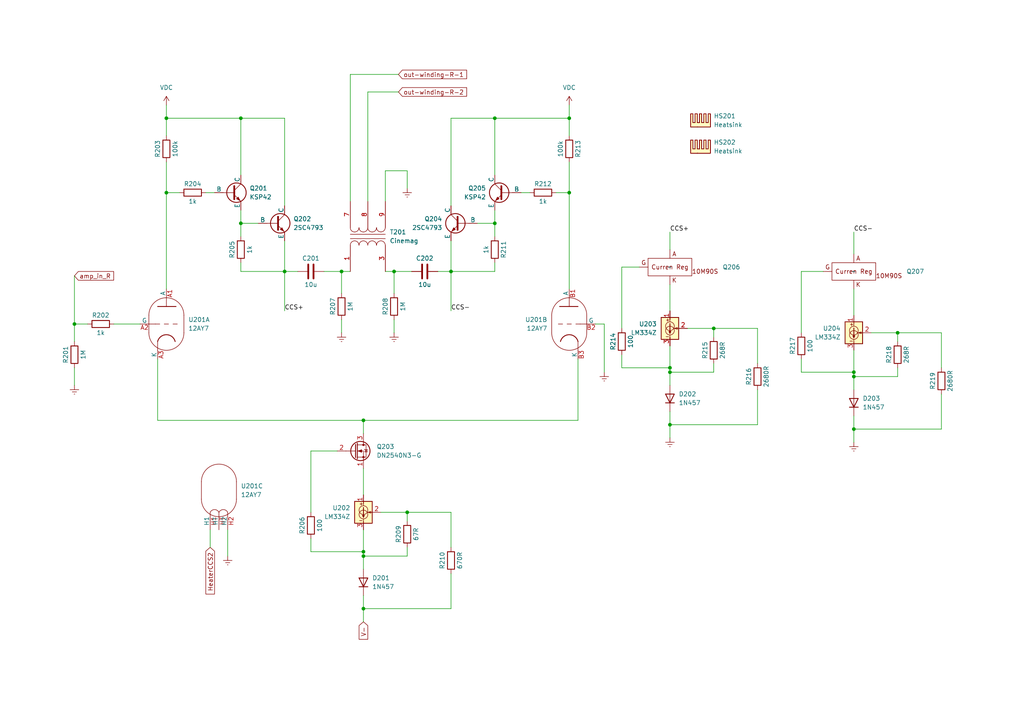
<source format=kicad_sch>
(kicad_sch (version 20231120) (generator "eeschema") (generator_version "8.0")
  (paper "A4")
  (title_block (title "Torpedo iii Left") (rev "V1.0"))
  (lib_symbols
    (symbol "CustomSymLib:10M90S"
      (property "Reference" "Q" (at 6.35 1.27 0))
      (symbol "10M90S_1_1"
        (polyline (pts (xy -8.89 0) (xy -6.35 0)))
        (polyline (pts (xy 0 -5.08) (xy 0 -2.54)))
        (polyline (pts (xy 0 5.08) (xy 0 2.54) (xy 0 3.81)))
        (polyline (pts (xy -6.35 2.54) (xy 6.35 2.54) (xy 6.35 -2.54) (xy -6.35 -2.54) (xy -6.35 2.54)))
        (text "10M90S\n" (at 6.35 -1.27 0) (effects (font (size 1.27 1.27)) (justify left)))
        (text "A" (at 1.27 3.81 0) (effects (font (size 1.27 1.27))))
        (text "Curren Reg" (at 0 0 0) (effects (font (size 1.27 1.27))))
        (text "G" (at -7.62 1.27 0) (effects (font (size 1.27 1.27))))
        (text "K\n" (at 1.27 -3.81 0) (effects (font (size 1.27 1.27))))
        (pin input line (at -8.89 0 0) (length 2.54) hide (name "1") (number "1"))
        (pin input line (at 0 5.08 270) (length 2.54) hide (name "2") (number "2"))
        (pin input line (at 0 -5.08 90) (length 2.54) hide (name "3") (number "3"))
      )
    )
    (symbol "CustomSymLib:12AU7" (pin_names (offset 0))
      (property "Reference" "U" (at 3.302 7.874 0))
      (property "Value" "12AU7" (at 8.89 -7.62 0))
      (symbol "12AU7_0_1"
        (arc (start -5.08 -2.54) (mid 0 -7.5979) (end 5.08 -2.54))
        (polyline (pts (xy 5.08 2.54) (xy 5.08 -2.54)))
        (polyline (pts (xy -5.08 2.54) (xy -5.08 -2.54) (xy -5.08 -2.54)))
        (arc (start 5.08 2.54) (mid 0 7.5979) (end -5.08 2.54))
      )
      (symbol "12AU7_1_0"
        (polyline (pts (xy -2.54 -5.08) (xy -2.54 -7.62)))
        (polyline (pts (xy 0 5.08) (xy 0 7.62)))
      )
      (symbol "12AU7_1_1"
        (polyline (pts (xy -5.08 0) (xy -3.175 0)))
        (polyline (pts (xy -1.905 0) (xy -3.175 0)) (stroke (width 0.1524)))
        (polyline (pts (xy -0.635 0) (xy 0.635 0)) (stroke (width 0.1524)))
        (polyline (pts (xy 1.905 0) (xy 3.175 0)) (stroke (width 0.1524)))
        (polyline (pts (xy -2.54 5.08) (xy 2.794 5.08) (xy 2.794 5.08)) (stroke (width 0.254)))
        (arc (start 2.54 -5.08) (mid 0 -3.0968) (end -2.54 -5.08) (stroke (width 0.254)))
        (pin output line (at 0 10.16 270) (length 2.54) (name "A1") (number "A1"))
        (pin input line (at -7.62 0 0) (length 2.54) (name "A2") (number "A2"))
        (pin bidirectional line (at -2.54 -10.16 90) (length 2.54) (name "A3") (number "A3"))
      )
      (symbol "12AU7_2_0"
        (polyline (pts (xy -2.54 -5.08) (xy -2.54 -7.62)))
        (polyline (pts (xy 0 5.08) (xy 0 7.62)))
      )
      (symbol "12AU7_2_1"
        (polyline (pts (xy -5.08 0) (xy -3.175 0)))
        (polyline (pts (xy -1.905 0) (xy -3.175 0)) (stroke (width 0.1524)))
        (polyline (pts (xy -0.635 0) (xy 0.635 0)) (stroke (width 0.1524)))
        (polyline (pts (xy 1.905 0) (xy 3.175 0)) (stroke (width 0.1524)))
        (polyline (pts (xy -2.54 5.08) (xy 2.794 5.08) (xy 2.794 5.08)) (stroke (width 0.254)))
        (arc (start 2.54 -5.08) (mid 0 -3.0968) (end -2.54 -5.08) (stroke (width 0.254)))
        (pin output line (at 0 10.16 270) (length 2.54) (name "B1") (number "B1"))
        (pin input line (at -7.62 0 0) (length 2.54) (name "B2") (number "B2"))
        (pin bidirectional line (at -2.54 -10.16 90) (length 2.54) (name "B3") (number "B3"))
      )
      (symbol "12AU7_3_1"
        (arc (start 0 -6.35) (mid -1.27 -5.5651) (end -2.54 -6.35))
        (arc (start 2.54 -6.35) (mid 1.27 -5.5651) (end 0 -6.35))
        (pin power_in line (at -2.54 -11.43 90) (length 5.08) (name "H1") (number "H1"))
        (pin power_in line (at 2.54 -11.43 90) (length 5.08) (name "H2") (number "H2"))
        (pin power_in line (at 0 -11.43 90) (length 5.08) (name "HT") (number "HT"))
      )
    )
    (symbol "Device:C" (pin_numbers hide) (pin_names (offset 0.254))
      (property "Reference" "C" (at 0.635 2.54 0))
      (property "Value" "C" (at 0.635 -2.54 0))
      (symbol "C_0_1"
        (polyline (pts (xy -2.032 -0.762) (xy 2.032 -0.762)) (stroke (width 0.508)))
        (polyline (pts (xy -2.032 0.762) (xy 2.032 0.762)) (stroke (width 0.508)))
      )
      (symbol "C_1_1"
        (pin passive line (at 0 3.81 270) (length 2.794) (name "~") (number "1"))
        (pin passive line (at 0 -3.81 90) (length 2.794) (name "~") (number "2"))
      )
    )
    (symbol "Device:R" (pin_numbers hide) (pin_names (offset 0))
      (property "Reference" "R" (at 2.032 0 90))
      (property "Value" "R" (at 0 0 90))
      (symbol "R_0_1"
        (rectangle (start -1.016 -2.54) (end 1.016 2.54) (stroke (width 0.254)))
      )
      (symbol "R_1_1"
        (pin passive line (at 0 3.81 270) (length 1.27) (name "~") (number "1"))
        (pin passive line (at 0 -3.81 90) (length 1.27) (name "~") (number "2"))
      )
    )
    (symbol "Device:Transformer_1P_SS" (pin_names (offset 1.016) hide)
      (property "Reference" "T101" (at 1.27 -6.35 90))
      (property "Value" "Cinemag" (at -1.27 -6.35 90))
      (symbol "Transformer_1P_SS_0_1"
        (arc (start -2.54 -5.0546) (mid -1.6599 -4.6901) (end -1.27 -3.81))
        (arc (start -2.54 -2.5146) (mid -1.6599 -2.1501) (end -1.27 -1.27))
        (arc (start -2.54 0.0254) (mid -1.6599 0.3899) (end -1.27 1.27))
        (arc (start -2.54 2.5654) (mid -1.6599 2.9299) (end -1.27 3.81))
        (arc (start -1.27 -3.81) (mid -1.642 -2.912) (end -2.54 -2.54))
        (arc (start -1.27 -1.27) (mid -1.642 -0.372) (end -2.54 0))
        (arc (start -1.27 1.27) (mid -1.642 2.168) (end -2.54 2.54))
        (arc (start -1.27 3.81) (mid -1.642 4.708) (end -2.54 5.08))
        (polyline (pts (xy -0.635 5.08) (xy -0.635 -5.08)))
        (polyline (pts (xy 0.635 -5.08) (xy 0.635 5.08)))
        (arc (start 1.2954 -1.27) (mid 1.6599 -2.1501) (end 2.54 -2.5146))
        (arc (start 1.2954 1.27) (mid 1.6599 0.3899) (end 2.54 0.0254))
        (arc (start 1.2954 3.81) (mid 1.6599 2.9299) (end 2.54 2.5654))
        (arc (start 1.3208 -3.81) (mid 1.6853 -4.6901) (end 2.5654 -5.0546))
        (arc (start 2.54 0) (mid 1.642 -0.372) (end 1.2954 -1.27))
        (arc (start 2.54 2.54) (mid 1.642 2.168) (end 1.2954 1.27))
        (arc (start 2.54 5.08) (mid 1.642 4.708) (end 1.2954 3.81))
        (arc (start 2.5654 -2.54) (mid 1.6674 -2.912) (end 1.3208 -3.81))
      )
      (symbol "Transformer_1P_SS_1_1"
        (pin passive line (at -10.16 5.08 0) (length 7.62) (name "AA") (number "1"))
        (pin passive line (at -10.16 -5.08 0) (length 7.62) (name "AB") (number "3"))
        (pin passive line (at 10.16 5.08 180) (length 7.62) (name "SB") (number "7"))
        (pin passive line (at 10.16 0 180) (length 7.62) (name "SC") (number "8"))
        (pin passive line (at 10.16 -5.08 180) (length 7.62) (name "SA") (number "9"))
      )
    )
    (symbol "Diode:1N914" (pin_numbers hide) (pin_names hide)
      (property "Reference" "D" (at 0 2.54 0))
      (property "Value" "1N914" (at 0 -2.54 0))
      (symbol "1N914_0_1"
        (polyline (pts (xy -1.27 1.27) (xy -1.27 -1.27)) (stroke (width 0.254)))
        (polyline (pts (xy 1.27 0) (xy -1.27 0)))
        (polyline (pts (xy 1.27 1.27) (xy 1.27 -1.27) (xy -1.27 0) (xy 1.27 1.27)) (stroke (width 0.254)))
      )
      (symbol "1N914_1_1"
        (pin passive line (at -3.81 0 0) (length 2.54) (name "K") (number "1"))
        (pin passive line (at 3.81 0 180) (length 2.54) (name "A") (number "2"))
      )
    )
    (symbol "ECC81_1" (pin_names (offset 0))
      (property "Reference" "U1" (at 6.35 1.27 0))
      (property "Value" "12AY7" (at 6.35 -1.27 0))
      (symbol "ECC81_1_0_1"
        (arc (start -5.08 -2.54) (mid 0 -7.5979) (end 5.08 -2.54))
        (polyline (pts (xy 5.08 2.54) (xy 5.08 -2.54)))
        (polyline (pts (xy -5.08 2.54) (xy -5.08 -2.54) (xy -5.08 -2.54)))
        (arc (start 5.08 2.54) (mid 0 7.5979) (end -5.08 2.54))
      )
      (symbol "ECC81_1_1_0"
        (polyline (pts (xy -2.54 -5.08) (xy -2.54 -7.62)))
        (polyline (pts (xy 0 5.08) (xy 0 7.62)))
      )
      (symbol "ECC81_1_1_1"
        (polyline (pts (xy -5.08 0) (xy -3.175 0)))
        (polyline (pts (xy -1.905 0) (xy -3.175 0)) (stroke (width 0.1524)))
        (polyline (pts (xy -0.635 0) (xy 0.635 0)) (stroke (width 0.1524)))
        (polyline (pts (xy 1.905 0) (xy 3.175 0)) (stroke (width 0.1524)))
        (polyline (pts (xy -2.54 5.08) (xy 2.794 5.08) (xy 2.794 5.08)) (stroke (width 0.254)))
        (arc (start 2.54 -5.08) (mid 0 -3.0968) (end -2.54 -5.08) (stroke (width 0.254)))
        (pin output line (at 0 10.16 270) (length 2.54) (name "A") (number "A1"))
        (pin input line (at -7.62 0 0) (length 2.54) (name "G") (number "A2"))
        (pin bidirectional line (at -2.54 -10.16 90) (length 2.54) (name "K") (number "A3"))
      )
      (symbol "ECC81_1_2_0"
        (polyline (pts (xy -2.54 -5.08) (xy -2.54 -7.62)))
        (polyline (pts (xy 0 5.08) (xy 0 7.62)))
      )
      (symbol "ECC81_1_2_1"
        (polyline (pts (xy -5.08 0) (xy -3.175 0)))
        (polyline (pts (xy -1.905 0) (xy -3.175 0)) (stroke (width 0.1524)))
        (polyline (pts (xy -0.635 0) (xy 0.635 0)) (stroke (width 0.1524)))
        (polyline (pts (xy 1.905 0) (xy 3.175 0)) (stroke (width 0.1524)))
        (polyline (pts (xy -2.54 5.08) (xy 2.794 5.08) (xy 2.794 5.08)) (stroke (width 0.254)))
        (arc (start 2.54 -5.08) (mid 0 -3.0968) (end -2.54 -5.08) (stroke (width 0.254)))
        (pin output line (at 0 10.16 270) (length 2.54) (name "A") (number "B1"))
        (pin input line (at -7.62 0 0) (length 2.54) (name "G") (number "B2"))
        (pin bidirectional line (at -2.54 -10.16 90) (length 2.54) (name "K") (number "B3"))
      )
      (symbol "ECC81_1_3_1"
        (arc (start 0 -6.35) (mid -1.27 -5.5651) (end -2.54 -6.35))
        (arc (start 2.54 -6.35) (mid 1.27 -5.5651) (end 0 -6.35))
        (pin power_in line (at 2.54 -11.43 90) (length 5.08) (name "F1") (number "B1"))
        (pin power_in line (at -2.54 -11.43 90) (length 5.08) (name "F1") (number "H1"))
        (pin power_in line (at 0 -11.43 90) (length 5.08) (name "F2") (number "HT"))
      )
    )
    (symbol "ECC81_2" (pin_names (offset 0))
      (property "Reference" "U1" (at 6.35 1.27 0))
      (property "Value" "12AY7" (at 6.35 -1.27 0))
      (symbol "ECC81_2_0_1"
        (arc (start -5.08 -2.54) (mid 0 -7.5979) (end 5.08 -2.54))
        (polyline (pts (xy 5.08 2.54) (xy 5.08 -2.54)))
        (polyline (pts (xy -5.08 2.54) (xy -5.08 -2.54) (xy -5.08 -2.54)))
        (arc (start 5.08 2.54) (mid 0 7.5979) (end -5.08 2.54))
      )
      (symbol "ECC81_2_1_0"
        (polyline (pts (xy -2.54 -5.08) (xy -2.54 -7.62)))
        (polyline (pts (xy 0 5.08) (xy 0 7.62)))
      )
      (symbol "ECC81_2_1_1"
        (polyline (pts (xy -5.08 0) (xy -3.175 0)))
        (polyline (pts (xy -1.905 0) (xy -3.175 0)) (stroke (width 0.1524)))
        (polyline (pts (xy -0.635 0) (xy 0.635 0)) (stroke (width 0.1524)))
        (polyline (pts (xy 1.905 0) (xy 3.175 0)) (stroke (width 0.1524)))
        (polyline (pts (xy -2.54 5.08) (xy 2.794 5.08) (xy 2.794 5.08)) (stroke (width 0.254)))
        (arc (start 2.54 -5.08) (mid 0 -3.0968) (end -2.54 -5.08) (stroke (width 0.254)))
        (pin output line (at 0 10.16 270) (length 2.54) (name "A") (number "A1"))
        (pin input line (at -7.62 0 0) (length 2.54) (name "G") (number "A2"))
        (pin bidirectional line (at -2.54 -10.16 90) (length 2.54) (name "K") (number "A3"))
      )
      (symbol "ECC81_2_2_0"
        (polyline (pts (xy -2.54 -5.08) (xy -2.54 -7.62)))
        (polyline (pts (xy 0 5.08) (xy 0 7.62)))
      )
      (symbol "ECC81_2_2_1"
        (polyline (pts (xy -5.08 0) (xy -3.175 0)))
        (polyline (pts (xy -1.905 0) (xy -3.175 0)) (stroke (width 0.1524)))
        (polyline (pts (xy -0.635 0) (xy 0.635 0)) (stroke (width 0.1524)))
        (polyline (pts (xy 1.905 0) (xy 3.175 0)) (stroke (width 0.1524)))
        (polyline (pts (xy -2.54 5.08) (xy 2.794 5.08) (xy 2.794 5.08)) (stroke (width 0.254)))
        (arc (start 2.54 -5.08) (mid 0 -3.0968) (end -2.54 -5.08) (stroke (width 0.254)))
        (pin output line (at 0 10.16 270) (length 2.54) (name "A") (number "B1"))
        (pin input line (at -7.62 0 0) (length 2.54) (name "G") (number "B2"))
        (pin bidirectional line (at -2.54 -10.16 90) (length 2.54) (name "K") (number "B3"))
      )
      (symbol "ECC81_2_3_1"
        (arc (start 0 -6.35) (mid -1.27 -5.5651) (end -2.54 -6.35))
        (arc (start 2.54 -6.35) (mid 1.27 -5.5651) (end 0 -6.35))
        (pin power_in line (at 2.54 -11.43 90) (length 5.08) (name "F1") (number "B1"))
        (pin power_in line (at -2.54 -11.43 90) (length 5.08) (name "F1") (number "H1"))
        (pin power_in line (at 0 -11.43 90) (length 5.08) (name "F2") (number "HT"))
      )
    )
    (symbol "Mechanical:Heatsink" (pin_names (offset 1.016))
      (property "Reference" "HS" (at 0 5.08 0))
      (property "Value" "Heatsink" (at 0 -1.27 0))
      (symbol "Heatsink_0_1"
        (polyline (pts (xy -0.3302 1.27) (xy -0.9652 1.27) (xy -0.9652 3.81) (xy -1.6002 3.81) (xy -1.6002 1.27) (xy -2.2352 1.27) (xy -2.2352 3.81) (xy -2.8702 3.81) (xy -2.8702 0) (xy -0.9652 0)) (stroke (width 0.254)) (fill (type background)))
        (polyline (pts (xy -0.3302 1.27) (xy -0.3302 3.81) (xy 0.3048 3.81) (xy 0.3048 1.27) (xy 0.9398 1.27) (xy 0.9398 3.81) (xy 1.5748 3.81) (xy 1.5748 1.27) (xy 2.2098 1.27) (xy 2.2098 3.81) (xy 2.8448 3.81) (xy 2.8448 0) (xy -0.9652 0)) (stroke (width 0.254)) (fill (type background)))
      )
    )
    (symbol "NPN_1" (pin_numbers hide) (pin_names (offset 0))
      (property "Reference" "Q12" (at 5.08 1.27 0))
      (property "Value" "2SC4793" (at 5.08 -1.27 0))
      (symbol "NPN_1_0_1"
        (polyline (pts (xy -2.54 0) (xy 0.635 0)) (stroke (width 0.1524)))
        (polyline (pts (xy 0.635 0.635) (xy 2.54 2.54)))
        (polyline (pts (xy 2.794 -1.27) (xy 2.794 -1.27)) (stroke (width 0.1524)))
        (polyline (pts (xy 2.794 -1.27) (xy 2.794 -1.27)) (stroke (width 0.1524)))
        (polyline (pts (xy 0.635 -0.635) (xy 2.54 -2.54) (xy 2.54 -2.54)))
        (polyline (pts (xy 0.635 1.905) (xy 0.635 -1.905) (xy 0.635 -1.905)) (stroke (width 0.508)))
        (polyline (pts (xy 1.27 -1.778) (xy 1.778 -1.27) (xy 2.286 -2.286) (xy 1.27 -1.778) (xy 1.27 -1.778)) (fill (type outline)))
        (circle (center 1.27 0) (radius 2.8194) (stroke (width 0.254)))
      )
      (symbol "NPN_1_1_1"
        (pin input line (at -5.08 0 0) (length 2.54) (name "B") (number "1"))
        (pin open_collector line (at 2.54 5.08 270) (length 2.54) (name "C") (number "2"))
        (pin open_emitter line (at 2.54 -5.08 90) (length 2.54) (name "E") (number "3"))
      )
    )
    (symbol "Reference_Current:LM334Z"
      (property "Reference" "U" (at 0.635 6.35 0))
      (property "Value" "LM334Z" (at 0.635 4.445 0))
      (symbol "LM334Z_0_1"
        (rectangle (start -2.54 3.175) (end 2.54 -3.175) (stroke (width 0.254)) (fill (type background)))
        (circle (center 0 -0.635) (radius 1.27))
        (polyline (pts (xy -1.143 -2.413) (xy -0.381 -2.413)))
        (polyline (pts (xy -1.016 2.413) (xy -0.254 2.413)))
        (polyline (pts (xy -0.635 2.794) (xy -0.635 2.032)))
        (polyline (pts (xy 0 -1.905) (xy 0 -5.08)))
        (polyline (pts (xy 0 1.397) (xy 0 -1.397)) (stroke (width 0.254)))
        (polyline (pts (xy 0 5.08) (xy 0 1.905)))
        (polyline (pts (xy 2.54 0) (xy 1.27 0)))
        (polyline (pts (xy 0 -1.397) (xy -0.254 -0.889) (xy 0.254 -0.889) (xy 0 -1.397)) (stroke (width 0.254)))
        (polyline (pts (xy 1.27 0) (xy 2.159 0.254) (xy 2.159 -0.254) (xy 1.27 0)))
        (circle (center 0 0.635) (radius 1.27))
      )
      (symbol "LM334Z_1_1"
        (pin passive line (at 0 5.08 270) (length 2.54) (name "~") (number "1"))
        (pin passive line (at 5.08 0 180) (length 2.54) (name "~") (number "2"))
        (pin passive line (at 0 -5.08 90) (length 2.54) (name "~") (number "3"))
      )
    )
    (symbol "Simulation_SPICE:NPN" (pin_numbers hide) (pin_names (offset 0))
      (property "Reference" "Q11" (at 5.08 1.27 0))
      (property "Value" "KSP42" (at 5.08 -1.27 0))
      (symbol "NPN_0_1"
        (polyline (pts (xy -2.54 0) (xy 0.635 0)) (stroke (width 0.1524)))
        (polyline (pts (xy 0.635 0.635) (xy 2.54 2.54)))
        (polyline (pts (xy 2.794 -1.27) (xy 2.794 -1.27)) (stroke (width 0.1524)))
        (polyline (pts (xy 2.794 -1.27) (xy 2.794 -1.27)) (stroke (width 0.1524)))
        (polyline (pts (xy 0.635 -0.635) (xy 2.54 -2.54) (xy 2.54 -2.54)))
        (polyline (pts (xy 0.635 1.905) (xy 0.635 -1.905) (xy 0.635 -1.905)) (stroke (width 0.508)))
        (polyline (pts (xy 1.27 -1.778) (xy 1.778 -1.27) (xy 2.286 -2.286) (xy 1.27 -1.778) (xy 1.27 -1.778)) (fill (type outline)))
        (circle (center 1.27 0) (radius 2.8194) (stroke (width 0.254)))
      )
      (symbol "NPN_1_1"
        (pin open_emitter line (at 2.54 -5.08 90) (length 2.54) (name "E") (number "1"))
        (pin input line (at -5.08 0 0) (length 2.54) (name "B") (number "2"))
        (pin open_collector line (at 2.54 5.08 270) (length 2.54) (name "C") (number "3"))
      )
    )
    (symbol "Transistor_FET_Other:DN2540N3-G" (pin_names (offset 0) hide)
      (property "Reference" "Q" (at 5.08 1.905 0))
      (property "Value" "DN2540N3-G" (at 5.08 0 0))
      (symbol "DN2540N3-G_0_1"
        (polyline (pts (xy 0.254 0) (xy -2.54 0)))
        (polyline (pts (xy 0.254 1.905) (xy 0.254 -1.905)) (stroke (width 0.254)))
        (polyline (pts (xy 0.762 2.286) (xy 0.762 -2.286)) (stroke (width 0.254)))
        (polyline (pts (xy 2.54 2.54) (xy 2.54 1.778)))
        (polyline (pts (xy 2.54 -2.54) (xy 2.54 0) (xy 0.762 0)))
        (polyline (pts (xy 0.762 -1.778) (xy 3.302 -1.778) (xy 3.302 1.778) (xy 0.762 1.778)))
        (polyline (pts (xy 1.016 0) (xy 2.032 0.381) (xy 2.032 -0.381) (xy 1.016 0)) (fill (type outline)))
        (polyline (pts (xy 2.794 0.508) (xy 2.921 0.381) (xy 3.683 0.381) (xy 3.81 0.254)))
        (polyline (pts (xy 3.302 0.381) (xy 2.921 -0.254) (xy 3.683 -0.254) (xy 3.302 0.381)))
        (circle (center 1.651 0) (radius 2.794) (stroke (width 0.254)))
        (circle (center 2.54 -1.778) (radius 0.254) (fill (type outline)))
        (circle (center 2.54 1.778) (radius 0.254) (fill (type outline)))
      )
      (symbol "DN2540N3-G_1_1"
        (pin passive line (at 2.54 -5.08 90) (length 2.54) (name "S") (number "1"))
        (pin input line (at -5.08 0 0) (length 2.54) (name "G") (number "2"))
        (pin passive line (at 2.54 5.08 270) (length 2.54) (name "D") (number "3"))
      )
    )
    (symbol "power:GNDREF" (power) (pin_names (offset 0))
      (property "Value" "GNDREF" (at 0 -3.81 0))
      (symbol "GNDREF_0_1"
        (polyline (pts (xy -0.635 -1.905) (xy 0.635 -1.905)))
        (polyline (pts (xy -0.127 -2.54) (xy 0.127 -2.54)))
        (polyline (pts (xy 0 -1.27) (xy 0 0)))
        (polyline (pts (xy 1.27 -1.27) (xy -1.27 -1.27)))
      )
      (symbol "GNDREF_1_1"
        (pin power_in line (at 0 0 270) (length 0) hide (name "GNDREF") (number "1"))
      )
    )
    (symbol "power:VDC" (power) (pin_names (offset 0))
      (property "Value" "VDC" (at 0 6.35 0))
      (symbol "VDC_0_1"
        (polyline (pts (xy -0.762 1.27) (xy 0 2.54)))
        (polyline (pts (xy 0 0) (xy 0 2.54)))
        (polyline (pts (xy 0 2.54) (xy 0.762 1.27)))
      )
      (symbol "VDC_1_1"
        (pin power_in line (at 0 0 90) (length 0) hide (name "VDC") (number "1"))
      )
    )
  )
  (junction (at 48.26 55.88))
  (junction (at 165.1 55.88))
  (junction (at 194.31 107.95))
  (junction (at 48.26 34.29))
  (junction (at 165.1 34.29))
  (junction (at 194.31 123.19))
  (junction (at 21.59 93.98))
  (junction (at 82.55 78.74))
  (junction (at 105.41 160.02))
  (junction (at 105.41 121.92))
  (junction (at 118.11 148.59))
  (junction (at 69.85 34.29))
  (junction (at 247.65 124.46))
  (junction (at 69.85 64.77))
  (junction (at 99.06 78.74))
  (junction (at 207.01 95.25))
  (junction (at 130.81 78.74))
  (junction (at 105.41 176.53))
  (junction (at 247.65 107.95))
  (junction (at 247.65 109.22))
  (junction (at 114.3 78.74))
  (junction (at 194.31 106.68))
  (junction (at 105.41 161.29))
  (junction (at 260.35 96.52))
  (junction (at 143.51 64.77))
  (junction (at 143.51 34.29))
  (wire (pts (xy 260.35 109.22) (xy 247.65 109.22)))
  (wire (pts (xy 69.85 34.29) (xy 69.85 50.8)))
  (wire (pts (xy 232.41 107.95) (xy 247.65 107.95)))
  (wire (pts (xy 207.01 107.95) (xy 194.31 107.95)))
  (wire (pts (xy 260.35 96.52) (xy 260.35 99.06)))
  (wire (pts (xy 180.34 77.47) (xy 185.42 77.47)))
  (wire (pts (xy 118.11 148.59) (xy 118.11 151.13)))
  (wire (pts (xy 219.71 123.19) (xy 194.31 123.19)))
  (wire (pts (xy 273.05 96.52) (xy 273.05 106.68)))
  (wire (pts (xy 130.81 78.74) (xy 130.81 90.17)))
  (wire (pts (xy 130.81 69.85) (xy 130.81 78.74)))
  (wire (pts (xy 90.17 160.02) (xy 105.41 160.02)))
  (wire (pts (xy 247.65 107.95) (xy 247.65 109.22)))
  (wire (pts (xy 153.67 55.88) (xy 151.13 55.88)))
  (wire (pts (xy 194.31 106.68) (xy 194.31 100.33)))
  (wire (pts (xy 66.04 153.67) (xy 66.04 161.29)))
  (wire (pts (xy 130.81 78.74) (xy 127 78.74)))
  (wire (pts (xy 69.85 78.74) (xy 82.55 78.74)))
  (wire (pts (xy 180.34 102.87) (xy 180.34 106.68)))
  (wire (pts (xy 105.41 160.02) (xy 105.41 161.29)))
  (wire (pts (xy 118.11 148.59) (xy 130.81 148.59)))
  (wire (pts (xy 180.34 95.25) (xy 180.34 77.47)))
  (wire (pts (xy 114.3 78.74) (xy 114.3 85.09)))
  (wire (pts (xy 207.01 105.41) (xy 207.01 107.95)))
  (wire (pts (xy 207.01 95.25) (xy 207.01 97.79)))
  (wire (pts (xy 45.72 104.14) (xy 45.72 121.92)))
  (wire (pts (xy 82.55 78.74) (xy 86.36 78.74)))
  (wire (pts (xy 105.41 135.89) (xy 105.41 143.51)))
  (wire (pts (xy 48.26 55.88) (xy 48.26 83.82)))
  (wire (pts (xy 130.81 166.37) (xy 130.81 176.53)))
  (wire (pts (xy 165.1 55.88) (xy 165.1 83.82)))
  (wire (pts (xy 110.49 148.59) (xy 118.11 148.59)))
  (wire (pts (xy 165.1 46.99) (xy 165.1 55.88)))
  (wire (pts (xy 101.6 58.42) (xy 101.6 21.59)))
  (wire (pts (xy 99.06 92.71) (xy 99.06 96.52)))
  (wire (pts (xy 21.59 106.68) (xy 21.59 111.76)))
  (wire (pts (xy 194.31 67.31) (xy 194.31 72.39)))
  (wire (pts (xy 143.51 76.2) (xy 143.51 78.74)))
  (wire (pts (xy 247.65 101.6) (xy 247.65 107.95)))
  (wire (pts (xy 99.06 78.74) (xy 101.6 78.74)))
  (wire (pts (xy 130.81 34.29) (xy 130.81 59.69)))
  (wire (pts (xy 105.41 121.92) (xy 167.64 121.92)))
  (wire (pts (xy 252.73 96.52) (xy 260.35 96.52)))
  (wire (pts (xy 45.72 121.92) (xy 105.41 121.92)))
  (wire (pts (xy 219.71 95.25) (xy 219.71 105.41)))
  (wire (pts (xy 105.41 125.73) (xy 105.41 121.92)))
  (wire (pts (xy 48.26 34.29) (xy 48.26 39.37)))
  (wire (pts (xy 48.26 30.48) (xy 48.26 34.29)))
  (wire (pts (xy 207.01 95.25) (xy 219.71 95.25)))
  (wire (pts (xy 165.1 34.29) (xy 165.1 39.37)))
  (wire (pts (xy 130.81 148.59) (xy 130.81 158.75)))
  (wire (pts (xy 90.17 148.59) (xy 90.17 130.81)))
  (wire (pts (xy 232.41 104.14) (xy 232.41 107.95)))
  (wire (pts (xy 194.31 119.38) (xy 194.31 123.19)))
  (wire (pts (xy 143.51 34.29) (xy 130.81 34.29)))
  (wire (pts (xy 82.55 69.85) (xy 82.55 78.74)))
  (wire (pts (xy 106.68 58.42) (xy 106.68 26.67)))
  (wire (pts (xy 143.51 78.74) (xy 130.81 78.74)))
  (wire (pts (xy 105.41 176.53) (xy 105.41 180.34)))
  (wire (pts (xy 90.17 130.81) (xy 97.79 130.81)))
  (wire (pts (xy 143.51 64.77) (xy 138.43 64.77)))
  (wire (pts (xy 69.85 64.77) (xy 69.85 68.58)))
  (wire (pts (xy 232.41 96.52) (xy 232.41 78.74)))
  (wire (pts (xy 105.41 153.67) (xy 105.41 160.02)))
  (wire (pts (xy 167.64 121.92) (xy 167.64 104.14)))
  (wire (pts (xy 247.65 109.22) (xy 247.65 113.03)))
  (wire (pts (xy 273.05 114.3) (xy 273.05 124.46)))
  (wire (pts (xy 247.65 83.82) (xy 247.65 91.44)))
  (wire (pts (xy 90.17 156.21) (xy 90.17 160.02)))
  (wire (pts (xy 25.4 93.98) (xy 21.59 93.98)))
  (wire (pts (xy 260.35 96.52) (xy 273.05 96.52)))
  (wire (pts (xy 219.71 113.03) (xy 219.71 123.19)))
  (wire (pts (xy 118.11 161.29) (xy 105.41 161.29)))
  (wire (pts (xy 118.11 49.53) (xy 118.11 54.61)))
  (wire (pts (xy 165.1 34.29) (xy 143.51 34.29)))
  (wire (pts (xy 143.51 64.77) (xy 143.51 68.58)))
  (wire (pts (xy 194.31 107.95) (xy 194.31 111.76)))
  (wire (pts (xy 21.59 93.98) (xy 21.59 99.06)))
  (wire (pts (xy 130.81 176.53) (xy 105.41 176.53)))
  (wire (pts (xy 232.41 78.74) (xy 238.76 78.74)))
  (wire (pts (xy 247.65 120.65) (xy 247.65 124.46)))
  (wire (pts (xy 106.68 26.67) (xy 115.57 26.67)))
  (wire (pts (xy 21.59 80.01) (xy 21.59 93.98)))
  (wire (pts (xy 69.85 60.96) (xy 69.85 64.77)))
  (wire (pts (xy 194.31 123.19) (xy 194.31 127)))
  (wire (pts (xy 48.26 46.99) (xy 48.26 55.88)))
  (wire (pts (xy 199.39 95.25) (xy 207.01 95.25)))
  (wire (pts (xy 82.55 34.29) (xy 82.55 59.69)))
  (wire (pts (xy 118.11 158.75) (xy 118.11 161.29)))
  (wire (pts (xy 247.65 67.31) (xy 247.65 73.66)))
  (wire (pts (xy 114.3 78.74) (xy 119.38 78.74)))
  (wire (pts (xy 172.72 93.98) (xy 175.26 93.98)))
  (wire (pts (xy 48.26 34.29) (xy 69.85 34.29)))
  (wire (pts (xy 175.26 93.98) (xy 175.26 107.95)))
  (wire (pts (xy 194.31 82.55) (xy 194.31 90.17)))
  (wire (pts (xy 60.96 153.67) (xy 60.96 158.75)))
  (wire (pts (xy 93.98 78.74) (xy 99.06 78.74)))
  (wire (pts (xy 111.76 49.53) (xy 118.11 49.53)))
  (wire (pts (xy 101.6 21.59) (xy 115.57 21.59)))
  (wire (pts (xy 105.41 161.29) (xy 105.41 165.1)))
  (wire (pts (xy 143.51 34.29) (xy 143.51 50.8)))
  (wire (pts (xy 165.1 30.48) (xy 165.1 34.29)))
  (wire (pts (xy 260.35 106.68) (xy 260.35 109.22)))
  (wire (pts (xy 69.85 76.2) (xy 69.85 78.74)))
  (wire (pts (xy 99.06 78.74) (xy 99.06 85.09)))
  (wire (pts (xy 247.65 124.46) (xy 247.65 128.27)))
  (wire (pts (xy 111.76 58.42) (xy 111.76 49.53)))
  (wire (pts (xy 105.41 172.72) (xy 105.41 176.53)))
  (wire (pts (xy 69.85 34.29) (xy 82.55 34.29)))
  (wire (pts (xy 165.1 55.88) (xy 161.29 55.88)))
  (wire (pts (xy 194.31 107.95) (xy 194.31 106.68)))
  (wire (pts (xy 82.55 78.74) (xy 82.55 90.17)))
  (wire (pts (xy 69.85 64.77) (xy 74.93 64.77)))
  (wire (pts (xy 59.69 55.88) (xy 62.23 55.88)))
  (wire (pts (xy 33.02 93.98) (xy 40.64 93.98)))
  (wire (pts (xy 48.26 55.88) (xy 52.07 55.88)))
  (wire (pts (xy 143.51 60.96) (xy 143.51 64.77)))
  (wire (pts (xy 114.3 92.71) (xy 114.3 96.52)))
  (wire (pts (xy 273.05 124.46) (xy 247.65 124.46)))
  (wire (pts (xy 111.76 78.74) (xy 114.3 78.74)))
  (wire (pts (xy 180.34 106.68) (xy 194.31 106.68)))
  (label "CCS-" (at 247.65 67.31 0))
  (label "CCS+" (at 194.31 67.31 0))
  (label "CCS+" (at 82.55 90.17 0))
  (label "CCS-" (at 130.81 90.17 0))
  (global_label "out-winding-R-2" (shape input) (at 115.57 26.67 0) (property "Intersheetrefs" "${INTERSHEET_REFS}" (effects (hide yes))))
  (global_label "out-winding-R-1" (shape input) (at 115.57 21.59 0) (property "Intersheetrefs" "${INTERSHEET_REFS}" (effects (hide yes))))
  (global_label "V-" (shape input) (at 105.41 180.34 270) (property "Intersheetrefs" "${INTERSHEET_REFS}" (effects (hide yes))))
  (global_label "HeaterCCS2" (shape input) (at 60.96 158.75 270) (property "Intersheetrefs" "${INTERSHEET_REFS}" (effects (hide yes))))
  (global_label "amp_in_R" (shape input) (at 21.59 80.01 0) (property "Intersheetrefs" "${INTERSHEET_REFS}" (effects (hide yes))))
  (symbol (lib_id "Diode:1N914") (at 194.31 115.57 90) (unit 1)
    (property "Reference" "D202" (at 196.85 114.3 90) (effects (justify right)))
    (property "Value" "1N457" (at 196.85 116.84 90) (effects (justify right)))
    (property "Footprint" "Diode_THT:D_DO-35_SOD27_P7.62mm_Horizontal" (effects (hide yes)))
    (property "Datasheet" "http://www.vishay.com/docs/85622/1n914.pdf" (effects (hide yes)))
    (property "Sim.Device" "D" (effects (hide yes)))
    (property "Sim.Pins" "1=K 2=A" (effects (hide yes)))
  )
  (symbol (lib_id "Device:R") (at 29.21 93.98 90) (unit 1)
    (property "Reference" "R202" (at 29.21 91.44 90))
    (property "Value" "1k" (at 29.21 96.52 90))
    (property "Footprint" "Resistor_THT:R_Axial_DIN0309_L9.0mm_D3.2mm_P12.70mm_Horizontal" (effects (hide yes)))
  )
  (symbol (lib_id "Device:R") (at 99.06 88.9 180) (unit 1)
    (property "Reference" "R207" (at 96.52 88.9 90))
    (property "Value" "1M" (at 101.6 88.9 90))
    (property "Footprint" "Resistor_THT:R_Axial_DIN0309_L9.0mm_D3.2mm_P12.70mm_Horizontal" (effects (hide yes)))
  )
  (symbol (lib_name "ECC81_1") (lib_id "Valve:ECC81") (at 165.1 93.98 0) (mirror y) (unit 2)
    (property "Reference" "U201" (at 158.75 92.71 0) (effects (justify left)))
    (property "Value" "12AY7" (at 158.75 95.25 0) (effects (justify left)))
    (property "Footprint" "CustomAltiumFootprint:12AY7" (effects (hide yes)))
    (property "Datasheet" "http://www.r-type.org/pdfs/ecc81.pdf" (effects (hide yes)))
  )
  (symbol (lib_id "Device:R") (at 180.34 99.06 180) (unit 1)
    (property "Reference" "R214" (at 177.8 99.06 90))
    (property "Value" "100" (at 182.88 99.06 90))
    (property "Footprint" "Resistor_THT:R_Axial_DIN0309_L9.0mm_D3.2mm_P12.70mm_Horizontal" (effects (hide yes)))
  )
  (symbol (lib_id "Device:R") (at 48.26 43.18 180) (unit 1)
    (property "Reference" "R203" (at 45.72 43.18 90))
    (property "Value" "100k" (at 50.8 43.18 90))
    (property "Footprint" "Resistor_THT:R_Axial_DIN0414_L11.9mm_D4.5mm_P15.24mm_Horizontal" (effects (hide yes)))
  )
  (symbol (lib_id "Device:R") (at 118.11 154.94 180) (unit 1)
    (property "Reference" "R209" (at 115.57 154.94 90))
    (property "Value" "67R" (at 120.65 154.94 90))
    (property "Footprint" "Resistor_THT:R_Axial_DIN0309_L9.0mm_D3.2mm_P12.70mm_Horizontal" (effects (hide yes)))
  )
  (symbol (lib_id "CustomSymLib:12AU7") (at 63.5 142.24 0) (unit 3)
    (property "Reference" "U201" (at 69.85 140.97 0) (effects (justify left)))
    (property "Value" "12AY7" (at 69.85 143.51 0) (effects (justify left)))
    (property "Footprint" "Valve:Valve_Noval_P" (effects (hide yes)))
    (property "Datasheet" "http://www.r-type.org/pdfs/ecc81.pdf" (effects (hide yes)))
  )
  (symbol (lib_id "Simulation_SPICE:NPN") (at 67.31 55.88 0) (unit 1)
    (property "Reference" "Q201" (at 72.39 54.61 0) (effects (justify left)))
    (property "Value" "KSP42" (at 72.39 57.15 0) (effects (justify left)))
    (property "Footprint" "Package_TO_SOT_THT:TO-92_Inline_Wide" (effects (hide yes)))
    (property "Sim.Device" "NPN" (effects (hide yes)))
    (property "Sim.Type" "GUMMELPOON" (effects (hide yes)))
    (property "Sim.Pins" "1=C 2=B 3=E" (effects (hide yes)))
  )
  (symbol (lib_id "Device:R") (at 55.88 55.88 90) (unit 1)
    (property "Reference" "R204" (at 55.88 53.34 90))
    (property "Value" "1k" (at 55.88 58.42 90))
    (property "Footprint" "Resistor_THT:R_Axial_DIN0309_L9.0mm_D3.2mm_P12.70mm_Horizontal" (effects (hide yes)))
  )
  (symbol (lib_id "power:GNDREF") (at 175.26 107.95 0) (unit 1)
    (property "Reference" "#PWR0206" (effects (hide yes)))
    (property "Value" "GNDREF" (effects (hide yes)))
  )
  (symbol (lib_id "Simulation_SPICE:NPN") (at 146.05 55.88 0) (mirror y) (unit 1)
    (property "Reference" "Q205" (at 140.97 54.61 0) (effects (justify left)))
    (property "Value" "KSP42" (at 140.97 57.15 0) (effects (justify left)))
    (property "Footprint" "Package_TO_SOT_THT:TO-92_Inline_Wide" (effects (hide yes)))
    (property "Sim.Device" "NPN" (effects (hide yes)))
    (property "Sim.Type" "GUMMELPOON" (effects (hide yes)))
    (property "Sim.Pins" "1=C 2=B 3=E" (effects (hide yes)))
  )
  (symbol (lib_id "Reference_Current:LM334Z") (at 105.41 148.59 0) (unit 1)
    (property "Reference" "U202" (at 101.6 147.32 0) (effects (justify right)))
    (property "Value" "LM334Z" (at 101.6 149.86 0) (effects (justify right)))
    (property "Footprint" "Package_TO_SOT_THT:TO-92_Inline_Wide" (effects (hide yes)))
    (property "Datasheet" "http://www.ti.com/lit/ds/symlink/lm134.pdf" (effects (hide yes)))
  )
  (symbol (lib_id "Diode:1N914") (at 247.65 116.84 90) (unit 1)
    (property "Reference" "D203" (at 250.19 115.57 90) (effects (justify right)))
    (property "Value" "1N457" (at 250.19 118.11 90) (effects (justify right)))
    (property "Footprint" "Diode_THT:D_DO-35_SOD27_P7.62mm_Horizontal" (effects (hide yes)))
    (property "Datasheet" "http://www.vishay.com/docs/85622/1n914.pdf" (effects (hide yes)))
    (property "Sim.Device" "D" (effects (hide yes)))
    (property "Sim.Pins" "1=K 2=A" (effects (hide yes)))
  )
  (symbol (lib_id "Device:C") (at 90.17 78.74 90) (unit 1)
    (property "Reference" "C201" (at 90.17 74.93 90))
    (property "Value" "10u" (at 90.17 82.55 90))
    (property "Footprint" "CustomAltiumFootprint:Mundorf Evo 10u" (effects (hide yes)))
  )
  (symbol (lib_name "NPN_1") (lib_id "Simulation_SPICE:NPN") (at 133.35 64.77 0) (mirror y) (unit 1)
    (property "Reference" "Q204" (at 128.27 63.5 0) (effects (justify left)))
    (property "Value" "2SC4793" (at 128.27 66.04 0) (effects (justify left)))
    (property "Footprint" "Package_TO_SOT_THT:TO-220-3_Vertical" (effects (hide yes)))
    (property "Sim.Device" "NPN" (effects (hide yes)))
    (property "Sim.Type" "GUMMELPOON" (effects (hide yes)))
    (property "Sim.Pins" "1=C 2=B 3=E" (effects (hide yes)))
  )
  (symbol (lib_id "Device:R") (at 21.59 102.87 180) (unit 1)
    (property "Reference" "R201" (at 19.05 102.87 90))
    (property "Value" "1M" (at 24.13 102.87 90))
    (property "Footprint" "Resistor_THT:R_Axial_DIN0309_L9.0mm_D3.2mm_P12.70mm_Horizontal" (effects (hide yes)))
  )
  (symbol (lib_id "Device:R") (at 143.51 72.39 0) (mirror x) (unit 1)
    (property "Reference" "R211" (at 146.05 72.39 90))
    (property "Value" "1k" (at 140.97 72.39 90))
    (property "Footprint" "Resistor_THT:R_Axial_DIN0309_L9.0mm_D3.2mm_P12.70mm_Horizontal" (effects (hide yes)))
  )
  (symbol (lib_id "Device:R") (at 273.05 110.49 180) (unit 1)
    (property "Reference" "R219" (at 270.51 110.49 90))
    (property "Value" "2680R" (at 275.59 110.49 90))
    (property "Footprint" "Resistor_THT:R_Axial_DIN0309_L9.0mm_D3.2mm_P12.70mm_Horizontal" (effects (hide yes)))
  )
  (symbol (lib_id "power:GNDREF") (at 118.11 54.61 0) (unit 1)
    (property "Reference" "#PWR02" (effects (hide yes)))
    (property "Value" "GNDREF" (effects (hide yes)))
  )
  (symbol (lib_id "Device:R") (at 207.01 101.6 180) (unit 1)
    (property "Reference" "R215" (at 204.47 101.6 90))
    (property "Value" "268R" (at 209.55 101.6 90))
    (property "Footprint" "Resistor_THT:R_Axial_DIN0309_L9.0mm_D3.2mm_P12.70mm_Horizontal" (effects (hide yes)))
  )
  (symbol (lib_id "power:GNDREF") (at 21.59 111.76 0) (unit 1)
    (property "Reference" "#PWR0201" (effects (hide yes)))
    (property "Value" "GNDREF" (effects (hide yes)))
  )
  (symbol (lib_id "power:GNDREF") (at 194.31 127 0) (unit 1)
    (property "Reference" "#PWR0207" (effects (hide yes)))
    (property "Value" "GNDREF" (effects (hide yes)))
  )
  (symbol (lib_id "CustomSymLib:10M90S") (at 247.65 78.74 0) (unit 1)
    (property "Reference" "Q207" (at 262.89 78.74 0) (effects (justify left)))
    (property "Value" "~" (at 247.65 78.74 0))
    (property "Footprint" "Package_TO_SOT_THT:TO-220-3_Vertical" (effects (hide yes)))
  )
  (symbol (lib_id "Mechanical:Heatsink") (at 203.2 44.45 0) (unit 1)
    (property "Reference" "HS202" (at 207.01 41.275 0) (effects (justify left)))
    (property "Value" "Heatsink" (at 207.01 43.815 0) (effects (justify left)))
    (property "Footprint" "CustomAltiumFootprint:513102B02500G" (effects (hide yes)))
  )
  (symbol (lib_id "Device:Transformer_1P_SS") (at 106.68 68.58 90) (unit 1)
    (property "Reference" "T201" (at 113.03 67.31 90) (effects (justify right)))
    (property "Value" "Cinemag" (at 113.03 69.85 90) (effects (justify right)))
    (property "Footprint" "CustomAltiumFootprint:Cinemag CM-15615PC" (effects (hide yes)))
  )
  (symbol (lib_id "Mechanical:Heatsink") (at 203.2 36.83 0) (unit 1)
    (property "Reference" "HS201" (at 207.01 33.655 0) (effects (justify left)))
    (property "Value" "Heatsink" (at 207.01 36.195 0) (effects (justify left)))
    (property "Footprint" "CustomAltiumFootprint:513102B02500G" (effects (hide yes)))
  )
  (symbol (lib_id "Device:R") (at 130.81 162.56 180) (unit 1)
    (property "Reference" "R210" (at 128.27 162.56 90))
    (property "Value" "670R" (at 133.35 162.56 90))
    (property "Footprint" "Resistor_THT:R_Axial_DIN0309_L9.0mm_D3.2mm_P12.70mm_Horizontal" (effects (hide yes)))
  )
  (symbol (lib_id "CustomSymLib:10M90S") (at 194.31 77.47 0) (unit 1)
    (property "Reference" "Q206" (at 209.55 77.47 0) (effects (justify left)))
    (property "Value" "~" (at 194.31 77.47 0))
    (property "Footprint" "Package_TO_SOT_THT:TO-220-3_Vertical" (effects (hide yes)))
  )
  (symbol (lib_id "power:GNDREF") (at 99.06 96.52 0) (unit 1)
    (property "Reference" "#PWR0203" (effects (hide yes)))
    (property "Value" "GNDREF" (effects (hide yes)))
  )
  (symbol (lib_id "power:GNDREF") (at 66.04 161.29 0) (unit 1)
    (property "Reference" "#PWR012" (effects (hide yes)))
    (property "Value" "GNDREF" (effects (hide yes)))
  )
  (symbol (lib_id "power:GNDREF") (at 114.3 96.52 0) (unit 1)
    (property "Reference" "#PWR0204" (effects (hide yes)))
    (property "Value" "GNDREF" (effects (hide yes)))
  )
  (symbol (lib_id "Device:C") (at 123.19 78.74 270) (mirror x) (unit 1)
    (property "Reference" "C202" (at 123.19 74.93 90))
    (property "Value" "10u" (at 123.19 82.55 90))
    (property "Footprint" "CustomAltiumFootprint:Mundorf Evo 10u" (effects (hide yes)))
  )
  (symbol (lib_id "Device:R") (at 114.3 88.9 180) (unit 1)
    (property "Reference" "R208" (at 111.76 88.9 90))
    (property "Value" "1M" (at 116.84 88.9 90))
    (property "Footprint" "Resistor_THT:R_Axial_DIN0309_L9.0mm_D3.2mm_P12.70mm_Horizontal" (effects (hide yes)))
  )
  (symbol (lib_id "Device:R") (at 219.71 109.22 180) (unit 1)
    (property "Reference" "R216" (at 217.17 109.22 90))
    (property "Value" "2680R" (at 222.25 109.22 90))
    (property "Footprint" "Resistor_THT:R_Axial_DIN0309_L9.0mm_D3.2mm_P12.70mm_Horizontal" (effects (hide yes)))
  )
  (symbol (lib_id "Device:R") (at 232.41 100.33 180) (unit 1)
    (property "Reference" "R217" (at 229.87 100.33 90))
    (property "Value" "100" (at 234.95 100.33 90))
    (property "Footprint" "Resistor_THT:R_Axial_DIN0309_L9.0mm_D3.2mm_P12.70mm_Horizontal" (effects (hide yes)))
  )
  (symbol (lib_id "Device:R") (at 90.17 152.4 180) (unit 1)
    (property "Reference" "R206" (at 87.63 152.4 90))
    (property "Value" "100" (at 92.71 152.4 90))
    (property "Footprint" "Resistor_THT:R_Axial_DIN0309_L9.0mm_D3.2mm_P12.70mm_Horizontal" (effects (hide yes)))
  )
  (symbol (lib_id "power:VDC") (at 165.1 30.48 0) (mirror y) (unit 1)
    (property "Reference" "#PWR0205" (effects (hide yes)))
    (property "Value" "VDC" (at 165.1 25.4 0))
  )
  (symbol (lib_id "Reference_Current:LM334Z") (at 247.65 96.52 0) (unit 1)
    (property "Reference" "U204" (at 243.84 95.25 0) (effects (justify right)))
    (property "Value" "LM334Z" (at 243.84 97.79 0) (effects (justify right)))
    (property "Footprint" "Package_TO_SOT_THT:TO-92_Inline_Wide" (effects (hide yes)))
    (property "Datasheet" "http://www.ti.com/lit/ds/symlink/lm134.pdf" (effects (hide yes)))
  )
  (symbol (lib_id "Reference_Current:LM334Z") (at 194.31 95.25 0) (unit 1)
    (property "Reference" "U203" (at 190.5 93.98 0) (effects (justify right)))
    (property "Value" "LM334Z" (at 190.5 96.52 0) (effects (justify right)))
    (property "Footprint" "Package_TO_SOT_THT:TO-92_Inline_Wide" (effects (hide yes)))
    (property "Datasheet" "http://www.ti.com/lit/ds/symlink/lm134.pdf" (effects (hide yes)))
  )
  (symbol (lib_id "Device:R") (at 157.48 55.88 270) (mirror x) (unit 1)
    (property "Reference" "R212" (at 157.48 53.34 90))
    (property "Value" "1k" (at 157.48 58.42 90))
    (property "Footprint" "Resistor_THT:R_Axial_DIN0309_L9.0mm_D3.2mm_P12.70mm_Horizontal" (effects (hide yes)))
  )
  (symbol (lib_name "NPN_1") (lib_id "Simulation_SPICE:NPN") (at 80.01 64.77 0) (unit 1)
    (property "Reference" "Q202" (at 85.09 63.5 0) (effects (justify left)))
    (property "Value" "2SC4793" (at 85.09 66.04 0) (effects (justify left)))
    (property "Footprint" "Package_TO_SOT_THT:TO-220-3_Vertical" (effects (hide yes)))
    (property "Sim.Device" "NPN" (effects (hide yes)))
    (property "Sim.Type" "GUMMELPOON" (effects (hide yes)))
    (property "Sim.Pins" "1=C 2=B 3=E" (effects (hide yes)))
  )
  (symbol (lib_id "Diode:1N914") (at 105.41 168.91 90) (unit 1)
    (property "Reference" "D201" (at 107.95 167.64 90) (effects (justify right)))
    (property "Value" "1N457" (at 107.95 170.18 90) (effects (justify right)))
    (property "Footprint" "Diode_THT:D_DO-35_SOD27_P7.62mm_Horizontal" (effects (hide yes)))
    (property "Datasheet" "http://www.vishay.com/docs/85622/1n914.pdf" (effects (hide yes)))
    (property "Sim.Device" "D" (effects (hide yes)))
    (property "Sim.Pins" "1=K 2=A" (effects (hide yes)))
  )
  (symbol (lib_id "Transistor_FET_Other:DN2540N3-G") (at 102.87 130.81 0) (unit 1)
    (property "Reference" "Q203" (at 109.22 129.54 0) (effects (justify left)))
    (property "Value" "DN2540N3-G" (at 109.22 132.08 0) (effects (justify left)))
    (property "Footprint" "Package_TO_SOT_THT:TO-92_Inline_Wide" (effects (hide yes)))
    (property "Datasheet" "https://ww1.microchip.com/downloads/en/DeviceDoc/DN2540%20B060313.pdf" (effects (hide yes)))
  )
  (symbol (lib_id "power:VDC") (at 48.26 30.48 0) (unit 1)
    (property "Reference" "#PWR0202" (effects (hide yes)))
    (property "Value" "VDC" (at 48.26 25.4 0))
  )
  (symbol (lib_id "Device:R") (at 260.35 102.87 180) (unit 1)
    (property "Reference" "R218" (at 257.81 102.87 90))
    (property "Value" "268R" (at 262.89 102.87 90))
    (property "Footprint" "Resistor_THT:R_Axial_DIN0309_L9.0mm_D3.2mm_P12.70mm_Horizontal" (effects (hide yes)))
  )
  (symbol (lib_id "Device:R") (at 69.85 72.39 180) (unit 1)
    (property "Reference" "R205" (at 67.31 72.39 90))
    (property "Value" "1k" (at 72.39 72.39 90))
    (property "Footprint" "Resistor_THT:R_Axial_DIN0309_L9.0mm_D3.2mm_P12.70mm_Horizontal" (effects (hide yes)))
  )
  (symbol (lib_id "power:GNDREF") (at 247.65 128.27 0) (unit 1)
    (property "Reference" "#PWR0208" (effects (hide yes)))
    (property "Value" "GNDREF" (effects (hide yes)))
  )
  (symbol (lib_id "Device:R") (at 165.1 43.18 0) (mirror x) (unit 1)
    (property "Reference" "R213" (at 167.64 43.18 90))
    (property "Value" "100k" (at 162.56 43.18 90))
    (property "Footprint" "Resistor_THT:R_Axial_DIN0414_L11.9mm_D4.5mm_P15.24mm_Horizontal" (effects (hide yes)))
  )
  (symbol (lib_name "ECC81_2") (lib_id "Valve:ECC81") (at 48.26 93.98 0) (unit 1)
    (property "Reference" "U201" (at 54.61 92.71 0) (effects (justify left)))
    (property "Value" "12AY7" (at 54.61 95.25 0) (effects (justify left)))
    (property "Footprint" "CustomAltiumFootprint:12AY7" (effects (hide yes)))
    (property "Datasheet" "http://www.r-type.org/pdfs/ecc81.pdf" (effects (hide yes)))
  )
)
</source>
